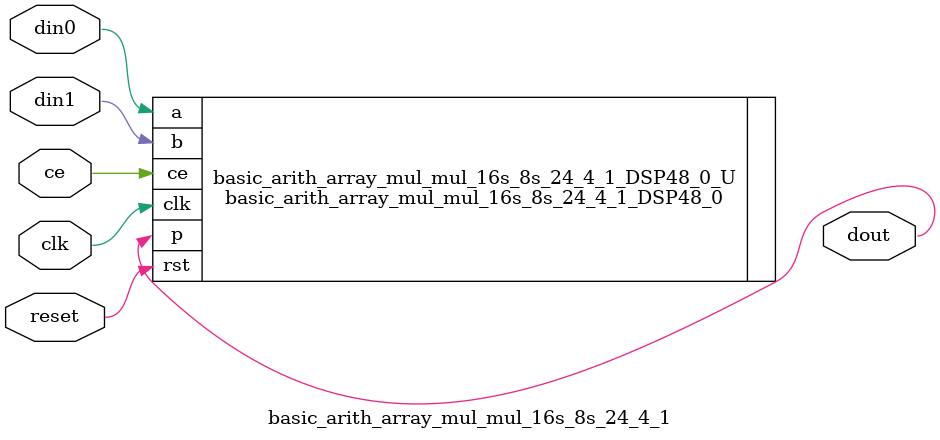
<source format=v>
`timescale 1 ns / 1 ps
module basic_arith_array_mul_mul_16s_8s_24_4_1(
    clk,
    reset,
    ce,
    din0,
    din1,
    dout);

parameter ID = 32'd1;
parameter NUM_STAGE = 32'd1;
parameter din0_WIDTH = 32'd1;
parameter din1_WIDTH = 32'd1;
parameter dout_WIDTH = 32'd1;
input clk;
input reset;
input ce;
input[din0_WIDTH - 1:0] din0;
input[din1_WIDTH - 1:0] din1;
output[dout_WIDTH - 1:0] dout;



basic_arith_array_mul_mul_16s_8s_24_4_1_DSP48_0 basic_arith_array_mul_mul_16s_8s_24_4_1_DSP48_0_U(
    .clk( clk ),
    .rst( reset ),
    .ce( ce ),
    .a( din0 ),
    .b( din1 ),
    .p( dout ));

endmodule

</source>
